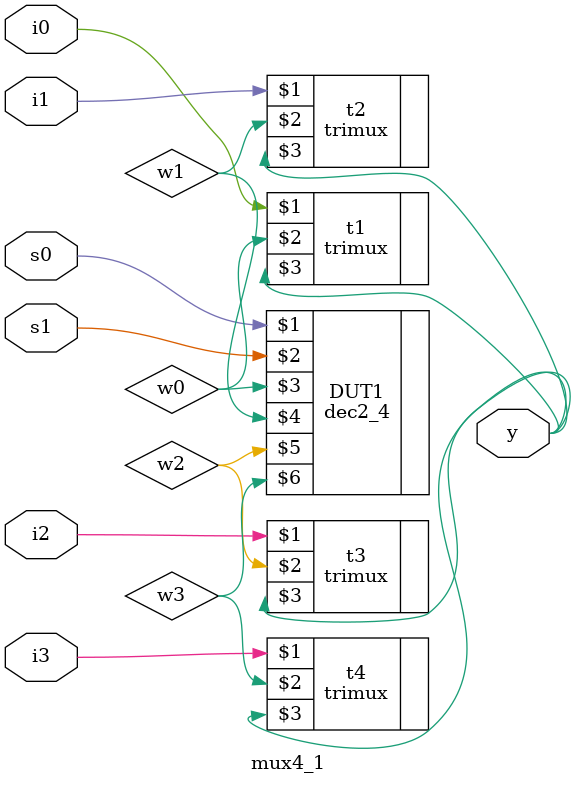
<source format=v>
`timescale 1ns / 1ps


module mux4_1(
    input i0,i1,i2,i3,
    input s0,s1,
    output y
    );
    wire w0,w1,w2,w3;
    dec2_4 DUT1(s0,s1,w0,w1,w2,w3);
    trimux t1(i0,w0,y);
    trimux t2(i1,w1,y);
    trimux t3(i2,w2,y);
    trimux t4(i3,w3,y);
endmodule

</source>
